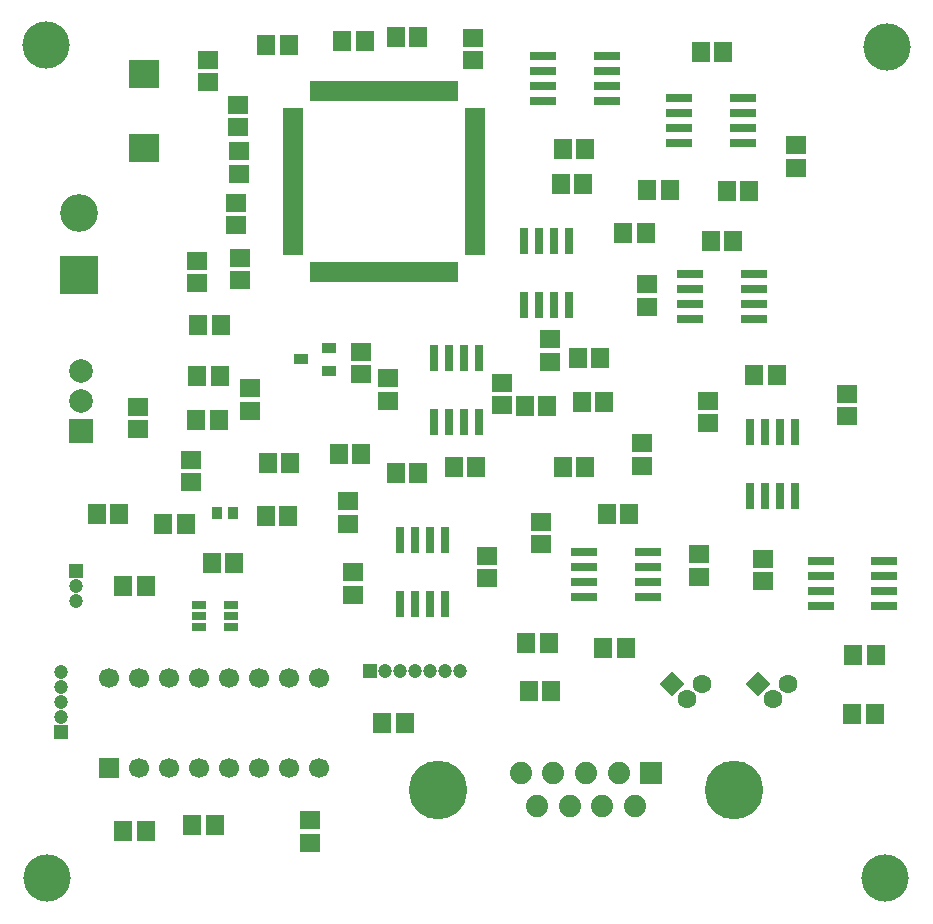
<source format=gbr>
G04 DipTrace 3.2.0.1*
G04 Âåðõíÿÿìàñêà.gbr*
%MOIN*%
G04 #@! TF.FileFunction,Soldermask,Top*
G04 #@! TF.Part,Single*
%AMOUTLINE1*
4,1,4,
0.0,-0.041001,
-0.041001,0.0,
0.0,0.041001,
0.041001,0.0,
0.0,-0.041001,
0*%
%ADD43C,0.15748*%
%ADD54C,0.062992*%
%ADD55C,0.195276*%
%ADD57C,0.074409*%
%ADD59R,0.074409X0.074409*%
%ADD61R,0.086614X0.031496*%
%ADD63R,0.031496X0.086614*%
%ADD65C,0.066929*%
%ADD67R,0.066929X0.066929*%
%ADD69C,0.047244*%
%ADD71R,0.047244X0.047244*%
%ADD73C,0.07874*%
%ADD75R,0.07874X0.07874*%
%ADD77R,0.037402X0.043307*%
%ADD79R,0.049213X0.033465*%
%ADD81R,0.051181X0.031496*%
%ADD83R,0.102362X0.094488*%
%ADD85C,0.125984*%
%ADD87R,0.125984X0.125984*%
%ADD89R,0.019685X0.070866*%
%ADD91R,0.070866X0.019685*%
%ADD93R,0.066929X0.059055*%
%ADD95R,0.059055X0.066929*%
%ADD99OUTLINE1*%
%FSLAX26Y26*%
G04*
G70*
G90*
G75*
G01*
G04 TopMask*
%LPD*%
D95*
X1105602Y2435518D3*
X1180406D3*
X1101682Y2265067D3*
X1176486D3*
D93*
X1277991Y2151531D3*
Y2226335D3*
D95*
X1837692Y3397841D3*
X1762888D3*
D93*
X2020130Y3393224D3*
Y3318421D3*
X1137722Y3246059D3*
Y3320862D3*
X1237727Y3170878D3*
Y3096075D3*
X1231924Y2768459D3*
Y2843262D3*
X1100554Y2575888D3*
Y2650692D3*
X1243688Y2585126D3*
Y2659929D3*
D95*
X1406520Y3370516D3*
X1331717D3*
D91*
X1420948Y3151210D3*
Y3131525D3*
Y3111840D3*
Y3092155D3*
Y3072470D3*
Y3052785D3*
Y3033100D3*
Y3013415D3*
Y2993730D3*
Y2974045D3*
Y2954360D3*
Y2934675D3*
Y2914990D3*
Y2895304D3*
Y2875619D3*
Y2855934D3*
Y2836249D3*
Y2816564D3*
Y2796879D3*
Y2777194D3*
Y2757509D3*
Y2737824D3*
Y2718139D3*
Y2698454D3*
Y2678769D3*
D89*
X1487877Y2611840D3*
X1507562D3*
X1527247D3*
X1546932D3*
X1566617D3*
X1586302D3*
X1605987D3*
X1625672D3*
X1645357D3*
X1665042D3*
X1684727D3*
X1704412D3*
X1724097D3*
X1743782D3*
X1763467D3*
X1783152D3*
X1802837D3*
X1822522D3*
X1842207D3*
X1861892D3*
X1881577D3*
X1901262D3*
X1920948D3*
X1940633D3*
X1960318D3*
D91*
X2027247Y2678769D3*
Y2698454D3*
Y2718139D3*
Y2737824D3*
Y2757509D3*
Y2777194D3*
Y2796879D3*
Y2816564D3*
Y2836249D3*
Y2855934D3*
Y2875619D3*
Y2895304D3*
Y2914990D3*
Y2934675D3*
Y2954360D3*
Y2974045D3*
Y2993730D3*
Y3013415D3*
Y3033100D3*
Y3052785D3*
Y3072470D3*
Y3092155D3*
Y3111840D3*
Y3131525D3*
Y3151210D3*
D89*
X1960318Y3218139D3*
X1940633D3*
X1920948D3*
X1901262D3*
X1881577D3*
X1861892D3*
X1842207D3*
X1822522D3*
X1802837D3*
X1783152D3*
X1763467D3*
X1743782D3*
X1724097D3*
X1704412D3*
X1684727D3*
X1665042D3*
X1645357D3*
X1625672D3*
X1605987D3*
X1586302D3*
X1566617D3*
X1546932D3*
X1527247D3*
X1507562D3*
X1487877D3*
D95*
X1584829Y3382965D3*
X1659633D3*
D93*
X1239068Y3015315D3*
Y2940512D3*
D95*
X1098327Y2120605D3*
X1173130D3*
D87*
X706257Y2602437D3*
D85*
Y2811492D3*
D83*
X925615Y3026075D3*
Y3274106D3*
D81*
X1107150Y1503655D3*
Y1466253D3*
Y1428852D3*
X1213449D3*
Y1466253D3*
Y1503655D3*
D95*
X1084654Y768969D3*
X1159457D3*
D93*
X1477081Y710602D3*
Y785406D3*
X902365Y2088804D3*
Y2163608D3*
D95*
X766975Y1805705D3*
X841778D3*
X1150579Y1644958D3*
X1225382D3*
X988646Y1774892D3*
X1063449D3*
X1411743Y1978304D3*
X1336940D3*
X2206188Y1215333D3*
X2280991D3*
D79*
X1539455Y2284900D3*
Y2359703D3*
X1448904Y2322302D3*
D77*
X1165932Y1809932D3*
X1221050D3*
D75*
X715601Y2081873D3*
D73*
Y2281873D3*
Y2181873D3*
D93*
X1081024Y1912425D3*
Y1987228D3*
D95*
X1330236Y1799302D3*
X1405039D3*
X1792765Y1110323D3*
X1717962D3*
D71*
X697136Y1615255D3*
D69*
Y1565255D3*
Y1515255D3*
D71*
X647793Y1080753D3*
D69*
Y1130753D3*
Y1180753D3*
Y1230753D3*
Y1280753D3*
D71*
X1676828Y1282018D3*
D69*
X1726828D3*
X1776828D3*
X1826828D3*
X1876828D3*
X1926828D3*
X1976828D3*
D67*
X805877Y958923D3*
D65*
X905877D3*
X1005877D3*
X1105877D3*
X1205877D3*
X1305877D3*
X1405877D3*
X1505877D3*
Y1258923D3*
X1405877D3*
X1305877D3*
X1205877D3*
X1105877D3*
X1005877D3*
X905877D3*
X805877D3*
D93*
X1604486Y1774461D3*
Y1849264D3*
D63*
X1926898Y1720610D3*
X1876898D3*
X1826898D3*
X1776898D3*
Y1508012D3*
X1826898D3*
X1876898D3*
X1926898D3*
D93*
X2988888Y1583169D3*
Y1657972D3*
X1621783Y1537846D3*
Y1612650D3*
X2068333Y1592652D3*
Y1667455D3*
D61*
X3179241Y1651513D3*
Y1601513D3*
Y1551513D3*
Y1501513D3*
X3391840D3*
Y1551513D3*
Y1601513D3*
Y1651513D3*
D95*
X2198744Y1376440D3*
X2273547D3*
X3287957Y1336524D3*
X3362760D3*
X3284604Y1140543D3*
X3359407D3*
D93*
X1736007Y2258953D3*
Y2184150D3*
X1646251Y2272757D3*
Y2347560D3*
D63*
X2338991Y2717083D3*
X2288991D3*
X2238991D3*
X2188991D3*
Y2504484D3*
X2238991D3*
X2288991D3*
X2338991D3*
D95*
X2394543Y1962138D3*
X2319740D3*
X2596021Y2742425D3*
X2521218D3*
X2313176Y2905293D3*
X2387979D3*
X2268562Y2165677D3*
X2193759D3*
X2382294Y2180983D3*
X2457097D3*
X2395538Y3023970D3*
X2320735D3*
D61*
X2743391Y2606245D3*
Y2556245D3*
Y2506245D3*
Y2456245D3*
X2955990D3*
Y2506245D3*
Y2556245D3*
Y2606245D3*
D93*
X2275841Y2314709D3*
Y2389512D3*
D63*
X3093038Y2078827D3*
X3043038D3*
X2993038D3*
X2943038D3*
Y1866228D3*
X2993038D3*
X3043038D3*
X3093038D3*
D93*
X3266424Y2131764D3*
Y2206567D3*
X2599084Y2497516D3*
Y2572319D3*
D95*
X3033567Y2270071D3*
X2958764D3*
X2444793Y2326744D3*
X2369990D3*
X2854946Y3347832D3*
X2780143D3*
X2675983Y2887685D3*
X2601180D3*
X2866911Y2884028D3*
X2941714D3*
D61*
X2707387Y3194594D3*
Y3144594D3*
Y3094594D3*
Y3044594D3*
X2919986D3*
Y3094594D3*
Y3144594D3*
Y3194594D3*
D93*
X3096723Y3035318D3*
Y2960514D3*
D61*
X2603513Y1530415D3*
Y1580415D3*
Y1630415D3*
Y1680415D3*
X2390915D3*
Y1630415D3*
Y1580415D3*
Y1530415D3*
D93*
X2247831Y1705486D3*
Y1780289D3*
X2802513Y2108535D3*
Y2183339D3*
D63*
X2039297Y2326644D3*
X1989297D3*
X1939297D3*
X1889297D3*
Y2114046D3*
X1939297D3*
X1989297D3*
X2039297D3*
D95*
X1647143Y2007303D3*
X1572340D3*
D93*
X2115715Y2170063D3*
Y2244866D3*
X2584215Y2041895D3*
Y1967092D3*
D95*
X1763113Y1944014D3*
X1837916D3*
X2454226Y1359714D3*
X2529029D3*
X2031844Y1964496D3*
X1957041D3*
X2540832Y1808076D3*
X2466029D3*
X854659Y1566046D3*
X929462D3*
D93*
X2773744Y1597923D3*
Y1672726D3*
D95*
X2888097Y2717853D3*
X2813294D3*
X855178Y748883D3*
X929982D3*
D59*
X2615307Y943922D3*
D57*
X2506252D3*
X2397197D3*
X2288142D3*
X2179087D3*
X2560780Y832111D3*
X2451724D3*
X2342669D3*
X2233614D3*
D55*
X2889126Y888016D3*
X1905268D3*
D61*
X2255560Y3332797D3*
Y3282797D3*
Y3232797D3*
Y3182797D3*
X2468159D3*
Y3232797D3*
Y3282797D3*
Y3332797D3*
D54*
X2783585Y1238996D3*
X2733585Y1188996D3*
D99*
X2683585Y1238996D3*
D54*
X3071105Y1240608D3*
X3021105Y1190608D3*
D99*
X2971105Y1240608D3*
D43*
X596748Y3368723D3*
X3400374Y3362759D3*
X3394469Y592726D3*
X599033Y592151D3*
M02*

</source>
